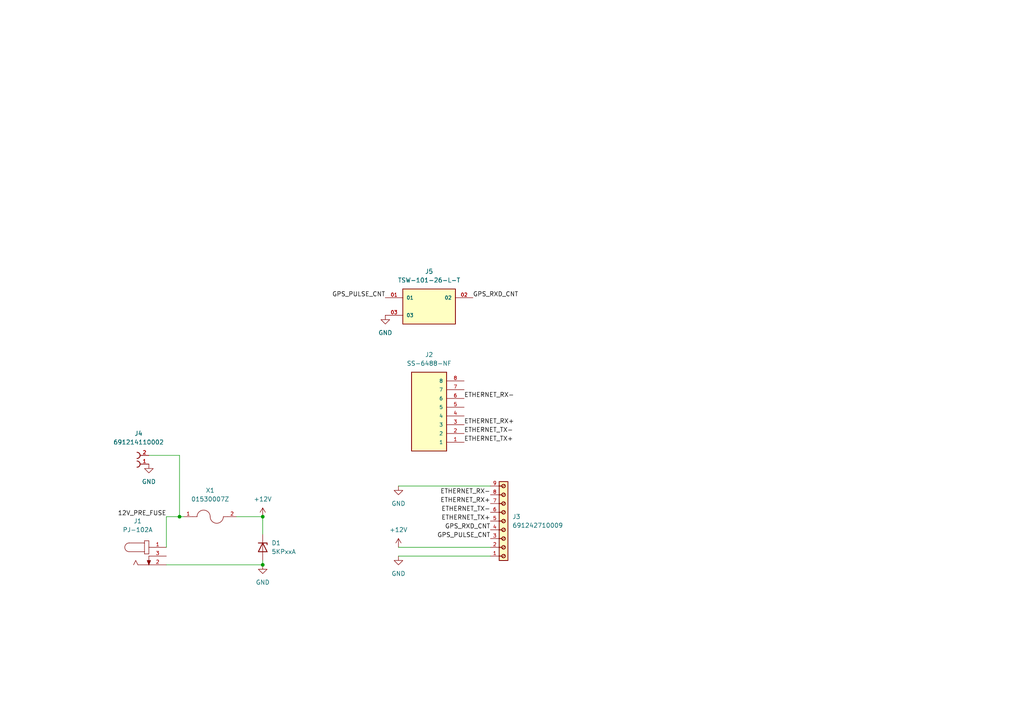
<source format=kicad_sch>
(kicad_sch (version 20211123) (generator eeschema)
  (paper "A4")
  (lib_symbols
    (symbol "01530007Z:01530007Z" (pin_names (offset 1.016))
      (property "Reference" "X" (at -2.54 3.81 0))
      (property "Value" "01530007Z" (at -2.54 -5.08 0))
      (symbol "01530007Z_0_0"
        (arc (start 0 0) (mid -1.905 1.905) (end -3.81 0) (stroke (width 0.1524)))
        (polyline (pts (xy -5.08 0) (xy -3.81 0)) (stroke (width 0.1524)))
        (polyline (pts (xy 5.08 0) (xy 3.81 0)) (stroke (width 0.1524)))
        (arc (start 0 0) (mid 1.905 -1.905) (end 3.81 0) (stroke (width 0.1524)))
        (pin passive line (at -7.62 0 0) (length 2.54) (name "~") (number "1"))
        (pin passive line (at 7.62 0 180) (length 2.54) (name "~") (number "2"))
      )
    )
    (symbol "691214110002:691214110002" (pin_names (offset 1.016))
      (property "Reference" "J" (at 1.2725 0.2385 0))
      (property "Value" "691214110002" (at 1.2716 -2.5431 0))
      (symbol "691214110002_0_0"
        (arc (start -1.651 -1.651) (mid -2.54 -2.54) (end -1.651 -3.429) (stroke (width 0.254)))
        (arc (start -1.651 0.889) (mid -2.54 0) (end -1.651 -0.889) (stroke (width 0.254)))
        (pin passive line (at -5.08 0 0) (length 2.54) (name "~") (number "1"))
        (pin passive line (at -5.08 -2.54 0) (length 2.54) (name "~") (number "2"))
      )
    )
    (symbol "691242710009:691242710009" (pin_names (offset 1.016))
      (property "Reference" "J" (at -12.5 -0.922 0))
      (property "Value" "691242710009" (at -12.45 -2.58 0))
      (symbol "691242710009_0_0"
        (rectangle (start -11.43 -2.54) (end 11.43 0) (stroke (width 0.254)) (fill (type background)))
        (circle (center -10.16 -1.27) (radius 0.508) (stroke (width 0.254)))
        (circle (center -7.62 -1.27) (radius 0.508) (stroke (width 0.254)))
        (circle (center -5.08 -1.27) (radius 0.508) (stroke (width 0.254)))
        (circle (center -2.54 -1.27) (radius 0.508) (stroke (width 0.254)))
        (circle (center 0 -1.27) (radius 0.508) (stroke (width 0.254)))
        (polyline (pts (xy -10.16 -1.778) (xy -10.16 -2.54)) (stroke (width 0.254)))
        (polyline (pts (xy -9.906 -1.016) (xy -10.414 -1.524)) (stroke (width 0.1524)))
        (polyline (pts (xy -7.62 -1.778) (xy -7.62 -2.54)) (stroke (width 0.254)))
        (polyline (pts (xy -7.366 -1.016) (xy -7.874 -1.524)) (stroke (width 0.1524)))
        (polyline (pts (xy -5.08 -1.778) (xy -5.08 -2.54)) (stroke (width 0.254)))
        (polyline (pts (xy -4.826 -1.016) (xy -5.334 -1.524)) (stroke (width 0.1524)))
        (polyline (pts (xy -2.54 -1.778) (xy -2.54 -2.54)) (stroke (width 0.254)))
        (polyline (pts (xy -2.286 -1.016) (xy -2.794 -1.524)) (stroke (width 0.1524)))
        (polyline (pts (xy 0 -1.778) (xy 0 -2.54)) (stroke (width 0.254)))
        (polyline (pts (xy 0.254 -1.016) (xy -0.254 -1.524)) (stroke (width 0.1524)))
        (polyline (pts (xy 2.54 -1.778) (xy 2.54 -2.54)) (stroke (width 0.254)))
        (polyline (pts (xy 2.794 -1.016) (xy 2.286 -1.524)) (stroke (width 0.1524)))
        (polyline (pts (xy 5.08 -1.778) (xy 5.08 -2.54)) (stroke (width 0.254)))
        (polyline (pts (xy 5.334 -1.016) (xy 4.826 -1.524)) (stroke (width 0.1524)))
        (polyline (pts (xy 7.62 -1.778) (xy 7.62 -2.54)) (stroke (width 0.254)))
        (polyline (pts (xy 7.874 -1.016) (xy 7.366 -1.524)) (stroke (width 0.1524)))
        (polyline (pts (xy 10.16 -1.778) (xy 10.16 -2.54)) (stroke (width 0.254)))
        (polyline (pts (xy 10.414 -1.016) (xy 9.906 -1.524)) (stroke (width 0.1524)))
        (circle (center 2.54 -1.27) (radius 0.508) (stroke (width 0.254)))
        (circle (center 5.08 -1.27) (radius 0.508) (stroke (width 0.254)))
        (circle (center 7.62 -1.27) (radius 0.508) (stroke (width 0.254)))
        (circle (center 10.16 -1.27) (radius 0.508) (stroke (width 0.254)))
        (pin passive line (at -10.16 -5.08 90) (length 2.54) (name "~") (number "1"))
        (pin passive line (at -7.62 -5.08 90) (length 2.54) (name "~") (number "2"))
        (pin passive line (at -5.08 -5.08 90) (length 2.54) (name "~") (number "3"))
        (pin passive line (at -2.54 -5.08 90) (length 2.54) (name "~") (number "4"))
        (pin passive line (at 0 -5.08 90) (length 2.54) (name "~") (number "5"))
        (pin passive line (at 2.54 -5.08 90) (length 2.54) (name "~") (number "6"))
        (pin passive line (at 5.08 -5.08 90) (length 2.54) (name "~") (number "7"))
        (pin passive line (at 7.62 -5.08 90) (length 2.54) (name "~") (number "8"))
        (pin passive line (at 10.16 -5.08 90) (length 2.54) (name "~") (number "9"))
      )
    )
    (symbol "Diode:5KPxxA" (pin_numbers hide) (pin_names (offset 1.016) hide)
      (property "Reference" "D" (at 0 2.54 0))
      (property "Value" "5KPxxA" (at 0 -2.54 0))
      (symbol "5KPxxA_0_1"
        (polyline (pts (xy 1.27 0) (xy -1.27 0)))
        (polyline (pts (xy -0.762 1.27) (xy -1.27 1.27) (xy -1.27 -1.27)) (stroke (width 0.254)))
        (polyline (pts (xy 1.27 1.27) (xy 1.27 -1.27) (xy -1.27 0) (xy 1.27 1.27)) (stroke (width 0.254)))
      )
      (symbol "5KPxxA_1_1"
        (pin passive line (at -3.81 0 0) (length 2.54) (name "A1") (number "1"))
        (pin passive line (at 3.81 0 180) (length 2.54) (name "A2") (number "2"))
      )
    )
    (symbol "PJ-102A:PJ-102A" (pin_names (offset 1.016))
      (property "Reference" "J" (at -7.6247 5.0831 0))
      (property "Value" "PJ-102A" (at -7.6284 -5.0856 0))
      (symbol "PJ-102A_0_0"
        (arc (start -5.715 3.81) (mid -6.985 2.54) (end -5.715 1.27) (stroke (width 0.1524)))
        (polyline (pts (xy -5.715 3.81) (xy -1.27 3.81)) (stroke (width 0.1524)))
        (polyline (pts (xy -3.81 -1.27) (xy -4.445 -2.54)) (stroke (width 0.1524)))
        (polyline (pts (xy -3.175 -2.54) (xy -3.81 -1.27)) (stroke (width 0.1524)))
        (polyline (pts (xy -1.27 0.635) (xy 0 0.635)) (stroke (width 0.1524)))
        (polyline (pts (xy -1.27 1.27) (xy -5.715 1.27)) (stroke (width 0.1524)))
        (polyline (pts (xy -1.27 1.27) (xy -1.27 0.635)) (stroke (width 0.1524)))
        (polyline (pts (xy -1.27 3.81) (xy -1.27 1.27)) (stroke (width 0.1524)))
        (polyline (pts (xy -1.27 4.445) (xy -1.27 3.81)) (stroke (width 0.1524)))
        (polyline (pts (xy 0 -2.54) (xy -3.175 -2.54)) (stroke (width 0.1524)))
        (polyline (pts (xy 0 0) (xy 0 -2.54)) (stroke (width 0.1524)))
        (polyline (pts (xy 0 0.635) (xy 0 4.445)) (stroke (width 0.1524)))
        (polyline (pts (xy 0 4.445) (xy -1.27 4.445)) (stroke (width 0.1524)))
        (polyline (pts (xy 0 -2.54) (xy -0.508 -1.27) (xy 0.508 -1.27) (xy 0 -2.54)) (stroke (width 0.1524)) (fill (type outline)))
        (pin passive line (at 5.08 2.54 180) (length 5.08) (name "~") (number "1"))
        (pin passive line (at 5.08 -2.54 180) (length 5.08) (name "~") (number "2"))
        (pin passive line (at 5.08 0 180) (length 5.08) (name "~") (number "3"))
      )
    )
    (symbol "SS-6488-NF:SS-6488-NF" (pin_names (offset 1.016))
      (property "Reference" "J" (at -5.08 11.43 0))
      (property "Value" "SS-6488-NF" (at -5.08 -13.97 0))
      (symbol "SS-6488-NF_0_0"
        (rectangle (start -5.08 -12.7) (end 5.08 10.16) (stroke (width 0.254)) (fill (type background)))
        (pin passive line (at -10.16 7.62 0) (length 5.08) (name "1") (number "1"))
        (pin passive line (at -10.16 5.08 0) (length 5.08) (name "2") (number "2"))
        (pin passive line (at -10.16 2.54 0) (length 5.08) (name "3") (number "3"))
        (pin passive line (at -10.16 0 0) (length 5.08) (name "4") (number "4"))
        (pin passive line (at -10.16 -2.54 0) (length 5.08) (name "5") (number "5"))
        (pin passive line (at -10.16 -5.08 0) (length 5.08) (name "6") (number "6"))
        (pin passive line (at -10.16 -7.62 0) (length 5.08) (name "7") (number "7"))
        (pin passive line (at -10.16 -10.16 0) (length 5.08) (name "8") (number "8"))
      )
    )
    (symbol "TSW-101-26-L-T:TSW-101-26-L-T" (pin_names (offset 1.016))
      (property "Reference" "J" (at -8.12 5.08 0))
      (property "Value" "TSW-101-26-L-T" (at -7.62 -7.62 0))
      (symbol "TSW-101-26-L-T_0_0"
        (rectangle (start -7.62 -5.08) (end 7.62 5.08) (stroke (width 0.254)) (fill (type background)))
        (pin passive line (at -12.7 2.54 0) (length 5.08) (name "01") (number "01"))
        (pin passive line (at 12.7 2.54 180) (length 5.08) (name "02") (number "02"))
        (pin passive line (at -12.7 -2.54 0) (length 5.08) (name "03") (number "03"))
      )
    )
    (symbol "power:+12V" (power) (pin_names (offset 0))
      (property "Value" "+12V" (at 0 3.556 0))
      (symbol "+12V_0_1"
        (polyline (pts (xy -0.762 1.27) (xy 0 2.54)))
        (polyline (pts (xy 0 0) (xy 0 2.54)))
        (polyline (pts (xy 0 2.54) (xy 0.762 1.27)))
      )
      (symbol "+12V_1_1"
        (pin power_in line (at 0 0 90) (length 0) hide (name "+12V") (number "1"))
      )
    )
    (symbol "power:GND" (power) (pin_names (offset 0))
      (property "Value" "GND" (at 0 -3.81 0))
      (symbol "GND_0_1"
        (polyline (pts (xy 0 0) (xy 0 -1.27) (xy 1.27 -1.27) (xy 0 -2.54) (xy -1.27 -1.27) (xy 0 -1.27)))
      )
      (symbol "GND_1_1"
        (pin power_in line (at 0 0 270) (length 0) hide (name "GND") (number "1"))
      )
    )
  )
  (junction (at 76.2 163.83))
  (junction (at 76.2 149.86))
  (junction (at 52.07 149.86))
  (wire (pts (xy 115.57 140.97) (xy 142.24 140.97)))
  (wire (pts (xy 115.57 161.29) (xy 142.24 161.29)))
  (wire (pts (xy 48.26 149.86) (xy 52.07 149.86)))
  (wire (pts (xy 52.07 149.86) (xy 53.34 149.86)))
  (wire (pts (xy 52.07 132.08) (xy 52.07 149.86)))
  (wire (pts (xy 115.57 158.75) (xy 142.24 158.75)))
  (wire (pts (xy 48.26 163.83) (xy 76.2 163.83)))
  (wire (pts (xy 68.58 149.86) (xy 76.2 149.86)))
  (wire (pts (xy 48.26 158.75) (xy 48.26 149.86)))
  (wire (pts (xy 43.18 132.08) (xy 52.07 132.08)))
  (wire (pts (xy 76.2 163.83) (xy 76.2 162.56)))
  (wire (pts (xy 76.2 149.86) (xy 76.2 154.94)))
  (label "ETHERNET_TX+" (at 134.62 128.27 0))
  (label "GPS_RXD_CNT" (at 142.24 153.67 180))
  (label "ETHERNET_RX+" (at 134.62 123.19 0))
  (label "12V_PRE_FUSE" (at 48.26 149.86 180))
  (label "ETHERNET_TX-" (at 142.24 148.59 180))
  (label "ETHERNET_TX-" (at 134.62 125.73 0))
  (label "ETHERNET_RX-" (at 142.24 143.51 180))
  (label "ETHERNET_RX+" (at 142.24 146.05 180))
  (label "ETHERNET_TX+" (at 142.24 151.13 180))
  (label "GPS_PULSE_CNT" (at 111.76 86.36 180))
  (label "GPS_PULSE_CNT" (at 142.24 156.21 180))
  (label "GPS_RXD_CNT" (at 137.16 86.36 0))
  (label "ETHERNET_RX-" (at 134.62 115.57 0))
  (symbol (lib_id "power:+12V") (at 76.2 149.86 0) (unit 1)
    (property "Reference" "#PWR0104" (effects hide))
    (property "Value" "+12V" (at 76.2 144.78 0))
  )
  (symbol (lib_id "power:GND") (at 111.76 91.44 0) (unit 1)
    (property "Reference" "#PWR0107" (effects hide))
    (property "Value" "GND" (at 111.76 96.52 0))
  )
  (symbol (lib_id "TSW-101-26-L-T:TSW-101-26-L-T") (at 124.46 88.9 0) (unit 1)
    (property "Reference" "J5" (at 124.46 78.74 0))
    (property "Value" "TSW-101-26-L-T" (at 124.46 81.28 0))
    (property "Footprint" "TSW-101-26-L-T:SAMTEC_TSW-101-26-L-T" (effects hide))
    (property "PARTREV" "R" (effects hide))
    (property "MANUFACTURER" "Samtec" (effects hide))
    (property "STANDARD" "Manufacturer Recommendations" (effects hide))
  )
  (symbol (lib_id "01530007Z:01530007Z") (at 60.96 149.86 0) (unit 1)
    (property "Reference" "X1" (at 60.96 142.24 0))
    (property "Value" "01530007Z" (at 60.96 144.78 0))
    (property "Footprint" "01530007Z:FUSE_01530007Z" (effects hide))
    (property "PARTREV" "041720-A" (effects hide))
    (property "STANDARD" "Manufacturer Recommendations" (effects hide))
    (property "MAXIMUM_PACKAGE_HEIGHT" "7.62mm" (effects hide))
    (property "MANUFACTURER" "Littelfuse" (effects hide))
  )
  (symbol (lib_id "PJ-102A:PJ-102A") (at 43.18 161.29 0) (unit 1)
    (property "Reference" "J1" (at 39.9415 151.13 0))
    (property "Value" "PJ-102A" (at 39.9415 153.67 0))
    (property "Footprint" "PJ-102A:CUI_PJ-102A" (effects hide))
    (property "MANUFACTURER" "CUI INC" (effects hide))
    (property "PART_REV" "1.03" (effects hide))
    (property "STANDARD" "Manufacturer recommendations" (effects hide))
  )
  (symbol (lib_id "power:GND") (at 115.57 161.29 0) (unit 1)
    (property "Reference" "#PWR0101" (effects hide))
    (property "Value" "GND" (at 115.57 166.37 0))
  )
  (symbol (lib_id "power:+12V") (at 115.57 158.75 0) (unit 1)
    (property "Reference" "#PWR0102" (effects hide))
    (property "Value" "+12V" (at 115.57 153.67 0))
  )
  (symbol (lib_id "SS-6488-NF:SS-6488-NF") (at 124.46 120.65 180) (unit 1)
    (property "Reference" "J2" (at 124.46 102.87 0))
    (property "Value" "SS-6488-NF" (at 124.46 105.41 0))
    (property "Footprint" "BEL_SS-6488-NF" (effects hide))
    (property "STANDARD" "Manufacturer Recommendations" (effects hide))
    (property "MAXIMUM_PACKAGE_HEIGHT" "12.82 mm" (effects hide))
    (property "MANUFACTURER" "Bel Fuse" (effects hide))
    (property "PARTREV" "D4" (effects hide))
  )
  (symbol (lib_id "691242710009:691242710009") (at 147.32 151.13 270) (mirror x) (unit 1)
    (property "Reference" "J3" (at 148.59 149.8599 90) (effects (justify left)))
    (property "Value" "691242710009" (at 148.59 152.3999 90) (effects (justify left)))
    (property "Footprint" "691242710009:691242710009" (effects hide))
    (property "IR-VDE" "24A" (effects hide))
    (property "WORKING-VOLTAGE-UL" "300V (AC)" (effects hide))
    (property "IR-UL" "14A" (effects hide))
    (property "PITCH" "5mm" (effects hide))
    (property "WIRE" "30 to 12 (AWG) 0.0509 to 3.31 (mm²)" (effects hide))
    (property "TYPE" "Horizontal" (effects hide))
    (property "PART-NUMBER" "691242710009" (effects hide))
    (property "DATASHEET-URL" "https://www.we-online.com/catalog/datasheet/691242710009.pdf" (effects hide))
    (property "PINS" "9" (effects hide))
    (property "WORKING-VOLTAGE-VDE" "250V (AC)" (effects hide))
    (property "MOUNT" "THT" (effects hide))
  )
  (symbol (lib_id "power:GND") (at 76.2 163.83 0) (unit 1)
    (property "Reference" "#PWR0105" (effects hide))
    (property "Value" "GND" (at 76.2 168.91 0))
  )
  (symbol (lib_id "691214110002:691214110002") (at 38.1 134.62 180) (unit 1)
    (property "Reference" "J4" (at 40.1955 125.73 0))
    (property "Value" "691214110002" (at 40.1955 128.27 0))
    (property "Footprint" "691214110002:691214110002" (effects hide))
  )
  (symbol (lib_id "Diode:5KPxxA") (at 76.2 158.75 270) (unit 1)
    (property "Reference" "D1" (at 78.74 157.4799 90) (effects (justify left)))
    (property "Value" "5KPxxA" (at 78.74 160.0199 90) (effects (justify left)))
    (property "Footprint" "Diode_THT:D_P600_R-6_P20.00mm_Horizontal" (effects hide))
    (property "Datasheet" "https://diotec.com/tl_files/diotec/files/pdf/datasheets/5kp65.pdf" (effects hide))
  )
  (symbol (lib_id "power:GND") (at 43.18 134.62 0) (unit 1)
    (property "Reference" "#PWR0106" (effects hide))
    (property "Value" "GND" (at 43.18 139.7 0))
  )
  (symbol (lib_id "power:GND") (at 115.57 140.97 0) (unit 1)
    (property "Reference" "#PWR0103" (effects hide))
    (property "Value" "GND" (at 115.57 146.05 0))
  )
)
</source>
